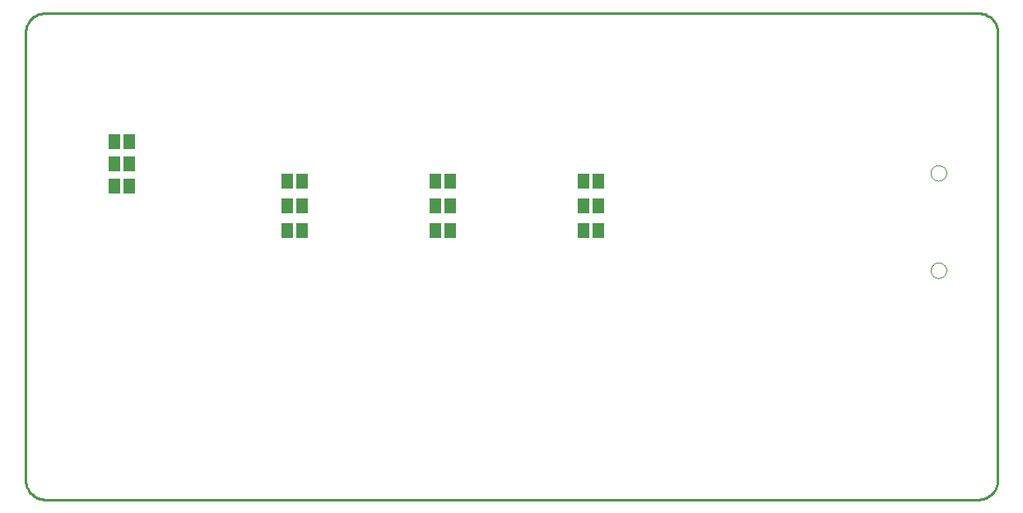
<source format=gbp>
G75*
G70*
%OFA0B0*%
%FSLAX24Y24*%
%IPPOS*%
%LPD*%
%AMOC8*
5,1,8,0,0,1.08239X$1,22.5*
%
%ADD10C,0.0100*%
%ADD11C,0.0000*%
%ADD12R,0.0460X0.0630*%
D10*
X003080Y001725D02*
X003080Y019835D01*
X003082Y019889D01*
X003087Y019942D01*
X003096Y019995D01*
X003109Y020047D01*
X003125Y020099D01*
X003145Y020149D01*
X003168Y020197D01*
X003195Y020244D01*
X003224Y020289D01*
X003257Y020332D01*
X003292Y020372D01*
X003330Y020410D01*
X003370Y020445D01*
X003413Y020478D01*
X003458Y020507D01*
X003505Y020534D01*
X003553Y020557D01*
X003603Y020577D01*
X003655Y020593D01*
X003707Y020606D01*
X003760Y020615D01*
X003813Y020620D01*
X003867Y020622D01*
X041663Y020622D01*
X041717Y020620D01*
X041770Y020615D01*
X041823Y020606D01*
X041875Y020593D01*
X041927Y020577D01*
X041977Y020557D01*
X042025Y020534D01*
X042072Y020507D01*
X042117Y020478D01*
X042160Y020445D01*
X042200Y020410D01*
X042238Y020372D01*
X042273Y020332D01*
X042306Y020289D01*
X042335Y020244D01*
X042362Y020197D01*
X042385Y020149D01*
X042405Y020099D01*
X042421Y020047D01*
X042434Y019995D01*
X042443Y019942D01*
X042448Y019889D01*
X042450Y019835D01*
X042450Y001725D01*
X042448Y001671D01*
X042443Y001618D01*
X042434Y001565D01*
X042421Y001513D01*
X042405Y001461D01*
X042385Y001411D01*
X042362Y001363D01*
X042335Y001316D01*
X042306Y001271D01*
X042273Y001228D01*
X042238Y001188D01*
X042200Y001150D01*
X042160Y001115D01*
X042117Y001082D01*
X042072Y001053D01*
X042025Y001026D01*
X041977Y001003D01*
X041927Y000983D01*
X041875Y000967D01*
X041823Y000954D01*
X041770Y000945D01*
X041717Y000940D01*
X041663Y000938D01*
X041663Y000937D02*
X003867Y000937D01*
X003867Y000938D02*
X003813Y000940D01*
X003760Y000945D01*
X003707Y000954D01*
X003655Y000967D01*
X003603Y000983D01*
X003553Y001003D01*
X003505Y001026D01*
X003458Y001053D01*
X003413Y001082D01*
X003370Y001115D01*
X003330Y001150D01*
X003292Y001188D01*
X003257Y001228D01*
X003224Y001271D01*
X003195Y001316D01*
X003168Y001363D01*
X003145Y001411D01*
X003125Y001461D01*
X003109Y001513D01*
X003096Y001565D01*
X003087Y001618D01*
X003082Y001671D01*
X003080Y001725D01*
D11*
X039739Y010219D02*
X039741Y010254D01*
X039747Y010289D01*
X039757Y010323D01*
X039770Y010356D01*
X039787Y010387D01*
X039808Y010415D01*
X039831Y010442D01*
X039858Y010465D01*
X039886Y010486D01*
X039917Y010503D01*
X039950Y010516D01*
X039984Y010526D01*
X040019Y010532D01*
X040054Y010534D01*
X040089Y010532D01*
X040124Y010526D01*
X040158Y010516D01*
X040191Y010503D01*
X040222Y010486D01*
X040250Y010465D01*
X040277Y010442D01*
X040300Y010415D01*
X040321Y010387D01*
X040338Y010356D01*
X040351Y010323D01*
X040361Y010289D01*
X040367Y010254D01*
X040369Y010219D01*
X040367Y010184D01*
X040361Y010149D01*
X040351Y010115D01*
X040338Y010082D01*
X040321Y010051D01*
X040300Y010023D01*
X040277Y009996D01*
X040250Y009973D01*
X040222Y009952D01*
X040191Y009935D01*
X040158Y009922D01*
X040124Y009912D01*
X040089Y009906D01*
X040054Y009904D01*
X040019Y009906D01*
X039984Y009912D01*
X039950Y009922D01*
X039917Y009935D01*
X039886Y009952D01*
X039858Y009973D01*
X039831Y009996D01*
X039808Y010023D01*
X039787Y010051D01*
X039770Y010082D01*
X039757Y010115D01*
X039747Y010149D01*
X039741Y010184D01*
X039739Y010219D01*
X039739Y014156D02*
X039741Y014191D01*
X039747Y014226D01*
X039757Y014260D01*
X039770Y014293D01*
X039787Y014324D01*
X039808Y014352D01*
X039831Y014379D01*
X039858Y014402D01*
X039886Y014423D01*
X039917Y014440D01*
X039950Y014453D01*
X039984Y014463D01*
X040019Y014469D01*
X040054Y014471D01*
X040089Y014469D01*
X040124Y014463D01*
X040158Y014453D01*
X040191Y014440D01*
X040222Y014423D01*
X040250Y014402D01*
X040277Y014379D01*
X040300Y014352D01*
X040321Y014324D01*
X040338Y014293D01*
X040351Y014260D01*
X040361Y014226D01*
X040367Y014191D01*
X040369Y014156D01*
X040367Y014121D01*
X040361Y014086D01*
X040351Y014052D01*
X040338Y014019D01*
X040321Y013988D01*
X040300Y013960D01*
X040277Y013933D01*
X040250Y013910D01*
X040222Y013889D01*
X040191Y013872D01*
X040158Y013859D01*
X040124Y013849D01*
X040089Y013843D01*
X040054Y013841D01*
X040019Y013843D01*
X039984Y013849D01*
X039950Y013859D01*
X039917Y013872D01*
X039886Y013889D01*
X039858Y013910D01*
X039831Y013933D01*
X039808Y013960D01*
X039787Y013988D01*
X039770Y014019D01*
X039757Y014052D01*
X039747Y014086D01*
X039741Y014121D01*
X039739Y014156D01*
D12*
X026280Y013837D03*
X025680Y013837D03*
X025680Y012837D03*
X026280Y012837D03*
X026280Y011837D03*
X025680Y011837D03*
X020280Y011837D03*
X019680Y011837D03*
X019680Y012837D03*
X020280Y012837D03*
X020280Y013837D03*
X019680Y013837D03*
X014280Y013837D03*
X013680Y013837D03*
X013680Y012837D03*
X014280Y012837D03*
X014280Y011837D03*
X013680Y011837D03*
X007280Y013637D03*
X006680Y013637D03*
X006680Y014537D03*
X007280Y014537D03*
X007280Y015437D03*
X006680Y015437D03*
M02*

</source>
